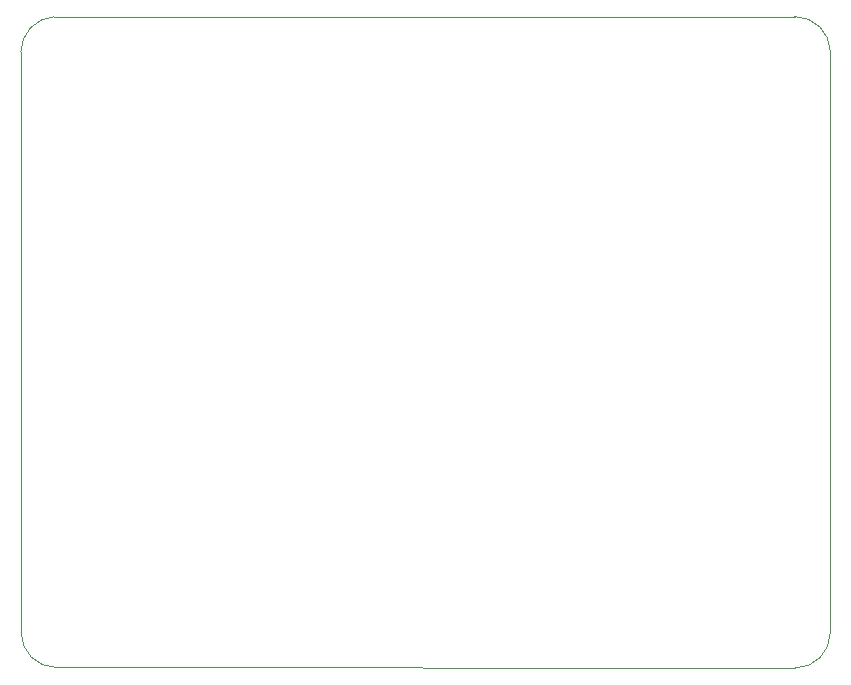
<source format=gbr>
%TF.GenerationSoftware,KiCad,Pcbnew,8.0.6*%
%TF.CreationDate,2024-11-19T20:55:52-06:00*%
%TF.ProjectId,speaker,73706561-6b65-4722-9e6b-696361645f70,rev?*%
%TF.SameCoordinates,Original*%
%TF.FileFunction,Profile,NP*%
%FSLAX46Y46*%
G04 Gerber Fmt 4.6, Leading zero omitted, Abs format (unit mm)*
G04 Created by KiCad (PCBNEW 8.0.6) date 2024-11-19 20:55:52*
%MOMM*%
%LPD*%
G01*
G04 APERTURE LIST*
%TA.AperFunction,Profile*%
%ADD10C,0.100000*%
%TD*%
G04 APERTURE END LIST*
D10*
X143548393Y-62339900D02*
X142200000Y-62350000D01*
X146545593Y-65286730D02*
X146550000Y-66200000D01*
X146550000Y-114502800D02*
G75*
G02*
X143552800Y-117500000I-2997200J0D01*
G01*
X81019340Y-117450000D02*
G75*
G02*
X78022100Y-114452800I-40J2997200D01*
G01*
X81019340Y-117450000D02*
X143552800Y-117500000D01*
X78014125Y-65347200D02*
G75*
G02*
X80800003Y-62350037I3005175J0D01*
G01*
X146550000Y-114250000D02*
X146550000Y-66200000D01*
X78014125Y-65347200D02*
X78022140Y-114452800D01*
X146550000Y-114502800D02*
X146550000Y-114250000D01*
X143548393Y-62339900D02*
G75*
G02*
X146545570Y-65286730I7J-2997600D01*
G01*
X80800000Y-62350000D02*
X142200000Y-62350000D01*
M02*

</source>
